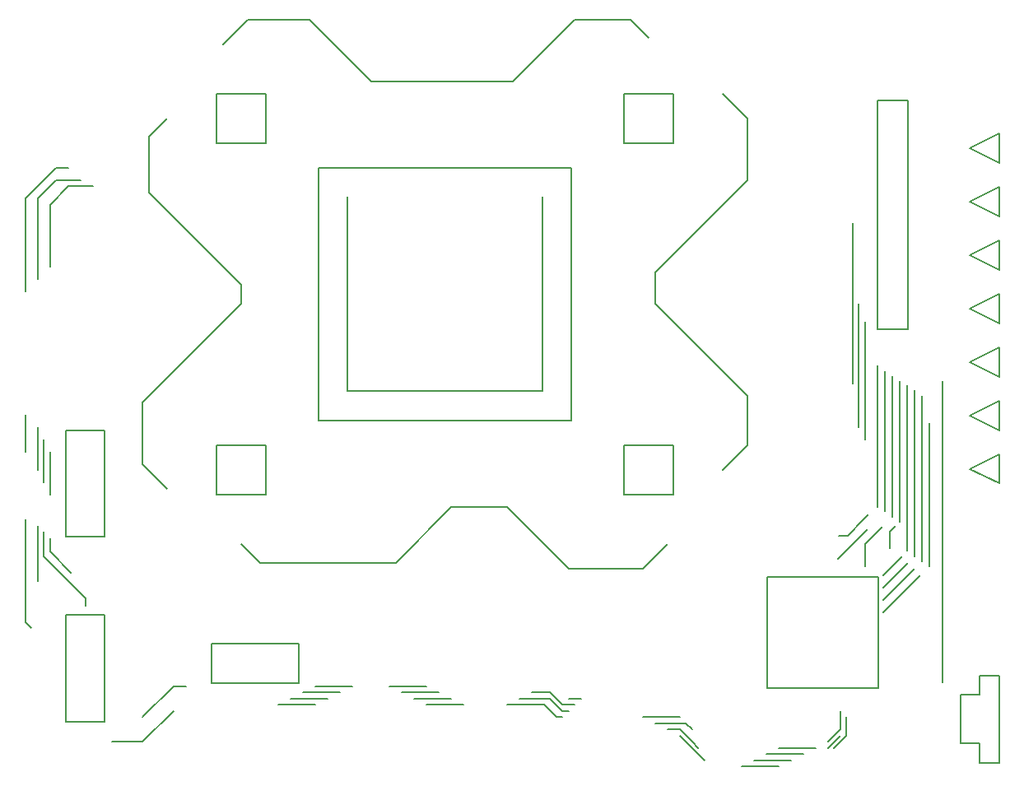
<source format=gbr>
G04 #@! TF.GenerationSoftware,KiCad,Pcbnew,(5.0.0-3-g5ebb6b6)*
G04 #@! TF.CreationDate,2019-10-28T13:28:08-04:00*
G04 #@! TF.ProjectId,Selection Interface,53656C656374696F6E20496E74657266,rev?*
G04 #@! TF.SameCoordinates,Original*
G04 #@! TF.FileFunction,Legend,Bot*
G04 #@! TF.FilePolarity,Positive*
%FSLAX46Y46*%
G04 Gerber Fmt 4.6, Leading zero omitted, Abs format (unit mm)*
G04 Created by KiCad (PCBNEW (5.0.0-3-g5ebb6b6)) date Monday, October 28, 2019 at 01:28:08 PM*
%MOMM*%
%LPD*%
G01*
G04 APERTURE LIST*
%ADD10C,0.200000*%
G04 APERTURE END LIST*
D10*
X172085000Y-140335000D02*
X173355000Y-140335000D01*
X168910000Y-143510000D02*
X172085000Y-140335000D01*
X168910000Y-146050000D02*
X172085000Y-142875000D01*
X165735000Y-146050000D02*
X168910000Y-146050000D01*
X240665000Y-145415000D02*
X239395000Y-146685000D01*
X241300000Y-145415000D02*
X240030000Y-146685000D01*
X241300000Y-143510000D02*
X241300000Y-145415000D01*
X240665000Y-144145000D02*
X240665000Y-142875000D01*
X240665000Y-144780000D02*
X240665000Y-144145000D01*
X239395000Y-146050000D02*
X240665000Y-144780000D01*
X234315000Y-146685000D02*
X238125000Y-146685000D01*
X233045000Y-147320000D02*
X236855000Y-147320000D01*
X231775000Y-147955000D02*
X235585000Y-147955000D01*
X230505000Y-148590000D02*
X234315000Y-148590000D01*
X225425000Y-146050000D02*
X226060000Y-146685000D01*
X224155000Y-145415000D02*
X226695000Y-147955000D01*
X224155000Y-144780000D02*
X225425000Y-146050000D01*
X222885000Y-144780000D02*
X224155000Y-144780000D01*
X224790000Y-144145000D02*
X225425000Y-144780000D01*
X221615000Y-144145000D02*
X224790000Y-144145000D01*
X222885000Y-143510000D02*
X224155000Y-143510000D01*
X220345000Y-143510000D02*
X222885000Y-143510000D01*
X212725000Y-141605000D02*
X213995000Y-141605000D01*
X211455000Y-143510000D02*
X212090000Y-143510000D01*
X212090000Y-142875000D02*
X212725000Y-142875000D01*
X212090000Y-142240000D02*
X213360000Y-142240000D01*
X210820000Y-140970000D02*
X212090000Y-142240000D01*
X208915000Y-140970000D02*
X210820000Y-140970000D01*
X210820000Y-141605000D02*
X212090000Y-142875000D01*
X207645000Y-141605000D02*
X210820000Y-141605000D01*
X210185000Y-142240000D02*
X211455000Y-143510000D01*
X206375000Y-142240000D02*
X210185000Y-142240000D01*
X198120000Y-142240000D02*
X201930000Y-142240000D01*
X196850000Y-141605000D02*
X200660000Y-141605000D01*
X195580000Y-140970000D02*
X199390000Y-140970000D01*
X194310000Y-140335000D02*
X198120000Y-140335000D01*
X182880000Y-142240000D02*
X186690000Y-142240000D01*
X184150000Y-141605000D02*
X187960000Y-141605000D01*
X185420000Y-140970000D02*
X189230000Y-140970000D01*
X186690000Y-140335000D02*
X190500000Y-140335000D01*
X159385000Y-126492000D02*
X161544000Y-128651000D01*
X159385000Y-126365000D02*
X159385000Y-126492000D01*
X163068000Y-131318000D02*
X163068000Y-132080000D01*
X162560000Y-130810000D02*
X163068000Y-131318000D01*
X156845000Y-133731000D02*
X157480000Y-134366000D01*
X156845000Y-133350000D02*
X156845000Y-133731000D01*
X156845000Y-123190000D02*
X156845000Y-133350000D01*
X158115000Y-123825000D02*
X158115000Y-129540000D01*
X160655000Y-128905000D02*
X162560000Y-130810000D01*
X158750000Y-127000000D02*
X160655000Y-128905000D01*
X158750000Y-124460000D02*
X158750000Y-127000000D01*
X159385000Y-125095000D02*
X159385000Y-126365000D01*
X159385000Y-120650000D02*
X159385000Y-116205000D01*
X158750000Y-114935000D02*
X158750000Y-119380000D01*
X158115000Y-113665000D02*
X158115000Y-118110000D01*
X156845000Y-112395000D02*
X156845000Y-116205000D01*
X156845000Y-90170000D02*
X156845000Y-99695000D01*
X160020000Y-86995000D02*
X156845000Y-90170000D01*
X161290000Y-86995000D02*
X160020000Y-86995000D01*
X158115000Y-90170000D02*
X158115000Y-98425000D01*
X160020000Y-88265000D02*
X158115000Y-90170000D01*
X162560000Y-88265000D02*
X160020000Y-88265000D01*
X159385000Y-90805000D02*
X159385000Y-97155000D01*
X161290000Y-88900000D02*
X159385000Y-90805000D01*
X163830000Y-88900000D02*
X161290000Y-88900000D01*
X244221000Y-124714000D02*
X244983000Y-123952000D01*
X242697000Y-124968000D02*
X243459000Y-124206000D01*
X243078000Y-123190000D02*
X243586000Y-122682000D01*
X248920000Y-128905000D02*
X245110000Y-132715000D01*
X245110000Y-131445000D02*
X248285000Y-128270000D01*
X247650000Y-127635000D02*
X245110000Y-130175000D01*
X247015000Y-127000000D02*
X245110000Y-128905000D01*
X245745000Y-124460000D02*
X246380000Y-123825000D01*
X245745000Y-126111000D02*
X245745000Y-124460000D01*
X241427000Y-124841000D02*
X243078000Y-123190000D01*
X240538000Y-124841000D02*
X241427000Y-124841000D01*
X243205000Y-125730000D02*
X244221000Y-124714000D01*
X243205000Y-128016000D02*
X243205000Y-125730000D01*
X240411000Y-127254000D02*
X242697000Y-124968000D01*
X251206000Y-108966000D02*
X251206000Y-139954000D01*
X249809000Y-113284000D02*
X249809000Y-128016000D01*
X249047000Y-110490000D02*
X249047000Y-127508000D01*
X247523000Y-109347000D02*
X247523000Y-126365000D01*
X246761000Y-108966000D02*
X246761000Y-123444000D01*
X245999000Y-108458000D02*
X245999000Y-122936000D01*
X245237000Y-107950000D02*
X245237000Y-122301000D01*
X248285000Y-109855000D02*
X248285000Y-127000000D01*
X244475000Y-107315000D02*
X244475000Y-121920000D01*
X243205000Y-102870000D02*
X243205000Y-114935000D01*
X242570000Y-100965000D02*
X242570000Y-113665000D01*
X241935000Y-92710000D02*
X241935000Y-109220000D01*
X161000000Y-133000000D02*
X165000000Y-133000000D01*
X161000000Y-144000000D02*
X161000000Y-133000000D01*
X165000000Y-144000000D02*
X161000000Y-144000000D01*
X165000000Y-133000000D02*
X165000000Y-144000000D01*
X161000000Y-125000000D02*
X161000000Y-114000000D01*
X165000000Y-125000000D02*
X161000000Y-125000000D01*
X165000000Y-114000000D02*
X165000000Y-125000000D01*
X161000000Y-114000000D02*
X165000000Y-114000000D01*
X175965000Y-140000000D02*
X175965000Y-136000000D01*
X184965000Y-140000000D02*
X175965000Y-140000000D01*
X184965000Y-136000000D02*
X184965000Y-140000000D01*
X175965000Y-136000000D02*
X184965000Y-136000000D01*
X210000000Y-110000000D02*
X210000000Y-90000000D01*
X190000000Y-110000000D02*
X210000000Y-110000000D01*
X190000000Y-90000000D02*
X190000000Y-110000000D01*
X213000000Y-87000000D02*
X187000000Y-87000000D01*
X213000000Y-113000000D02*
X213000000Y-87000000D01*
X187000000Y-113000000D02*
X213000000Y-113000000D01*
X187000000Y-87000000D02*
X187000000Y-113000000D01*
X255000000Y-139245000D02*
X257000000Y-139245000D01*
X255000000Y-141245000D02*
X255000000Y-139245000D01*
X253000000Y-141245000D02*
X255000000Y-141245000D01*
X253000000Y-146245000D02*
X253000000Y-141245000D01*
X255000000Y-146245000D02*
X253000000Y-146245000D01*
X255000000Y-148245000D02*
X255000000Y-146245000D01*
X257000000Y-148245000D02*
X255000000Y-148245000D01*
X257000000Y-139245000D02*
X257000000Y-148245000D01*
X254000000Y-96000000D02*
X257000000Y-94500000D01*
X257000000Y-97500000D02*
X254000000Y-96000000D01*
X254000000Y-101500000D02*
X257000000Y-100000000D01*
X257000000Y-103000000D02*
X254000000Y-101500000D01*
X254000000Y-107000000D02*
X257000000Y-105500000D01*
X257000000Y-108500000D02*
X254000000Y-107000000D01*
X254000000Y-112500000D02*
X257000000Y-111000000D01*
X257000000Y-114000000D02*
X254000000Y-112500000D01*
X254000000Y-118000000D02*
X257000000Y-116500000D01*
X254000000Y-118000000D02*
X257000000Y-119500000D01*
X257000000Y-116500000D02*
X257000000Y-119500000D01*
X257000000Y-111000000D02*
X257000000Y-114000000D01*
X257000000Y-105500000D02*
X257000000Y-108500000D01*
X257000000Y-100000000D02*
X257000000Y-103000000D01*
X257000000Y-94500000D02*
X257000000Y-97500000D01*
X254000000Y-90500000D02*
X257000000Y-89000000D01*
X257000000Y-92000000D02*
X254000000Y-90500000D01*
X257000000Y-89000000D02*
X257000000Y-92000000D01*
X254000000Y-85000000D02*
X257000000Y-83500000D01*
X257000000Y-86500000D02*
X254000000Y-85000000D01*
X257000000Y-83500000D02*
X257000000Y-86500000D01*
X244475000Y-103600000D02*
X244475000Y-80105000D01*
X247650000Y-103600000D02*
X244475000Y-103600000D01*
X247650000Y-80105000D02*
X247650000Y-103600000D01*
X244475000Y-80105000D02*
X247650000Y-80105000D01*
X231140000Y-81915000D02*
X231140000Y-88265000D01*
X233130000Y-140535000D02*
X233130000Y-129105000D01*
X244560000Y-140535000D02*
X233130000Y-140535000D01*
X244560000Y-129105000D02*
X244560000Y-140535000D01*
X233130000Y-129105000D02*
X244560000Y-129105000D01*
X180975000Y-127635000D02*
X179070000Y-125730000D01*
X194945000Y-127635000D02*
X180975000Y-127635000D01*
X200660000Y-121920000D02*
X194945000Y-127635000D01*
X201295000Y-121920000D02*
X200660000Y-121920000D01*
X206375000Y-121920000D02*
X201295000Y-121920000D01*
X212725000Y-128270000D02*
X206375000Y-121920000D01*
X220345000Y-128270000D02*
X212725000Y-128270000D01*
X222885000Y-125730000D02*
X220345000Y-128270000D01*
X231140000Y-115570000D02*
X228600000Y-118110000D01*
X231140000Y-110490000D02*
X231140000Y-115570000D01*
X230505000Y-109855000D02*
X231140000Y-110490000D01*
X231140000Y-110490000D02*
X230505000Y-109855000D01*
X221615000Y-100965000D02*
X230505000Y-109855000D01*
X221615000Y-97790000D02*
X221615000Y-100965000D01*
X231140000Y-88265000D02*
X221615000Y-97790000D01*
X228600000Y-79375000D02*
X231140000Y-81915000D01*
X219075000Y-71755000D02*
X220980000Y-73660000D01*
X213360000Y-71755000D02*
X219075000Y-71755000D01*
X207010000Y-78105000D02*
X213360000Y-71755000D01*
X192405000Y-78105000D02*
X207010000Y-78105000D01*
X186055000Y-71755000D02*
X192405000Y-78105000D01*
X179705000Y-71755000D02*
X186055000Y-71755000D01*
X177165000Y-74295000D02*
X179705000Y-71755000D01*
X169545000Y-83820000D02*
X171450000Y-81915000D01*
X168910000Y-117475000D02*
X171450000Y-120015000D01*
X168910000Y-111125000D02*
X168910000Y-117475000D01*
X179070000Y-100965000D02*
X168910000Y-111125000D01*
X179070000Y-99060000D02*
X179070000Y-100965000D01*
X169545000Y-89535000D02*
X179070000Y-99060000D01*
X169545000Y-83820000D02*
X169545000Y-89535000D01*
X176530000Y-115570000D02*
X181610000Y-115570000D01*
X176530000Y-120650000D02*
X176530000Y-115570000D01*
X181610000Y-120650000D02*
X176530000Y-120650000D01*
X181610000Y-115570000D02*
X181610000Y-120650000D01*
X218440000Y-115570000D02*
X223520000Y-115570000D01*
X218440000Y-120650000D02*
X218440000Y-115570000D01*
X223520000Y-120650000D02*
X218440000Y-120650000D01*
X223520000Y-115570000D02*
X223520000Y-120650000D01*
X218440000Y-84455000D02*
X220345000Y-84455000D01*
X218440000Y-83185000D02*
X218440000Y-84455000D01*
X218440000Y-79375000D02*
X218440000Y-83185000D01*
X223520000Y-84455000D02*
X220345000Y-84455000D01*
X223520000Y-79375000D02*
X223520000Y-84455000D01*
X218440000Y-79375000D02*
X223520000Y-79375000D01*
X181610000Y-79375000D02*
X176530000Y-79375000D01*
X181610000Y-84455000D02*
X181610000Y-79375000D01*
X176530000Y-84455000D02*
X181610000Y-84455000D01*
X176530000Y-79375000D02*
X176530000Y-84455000D01*
M02*

</source>
